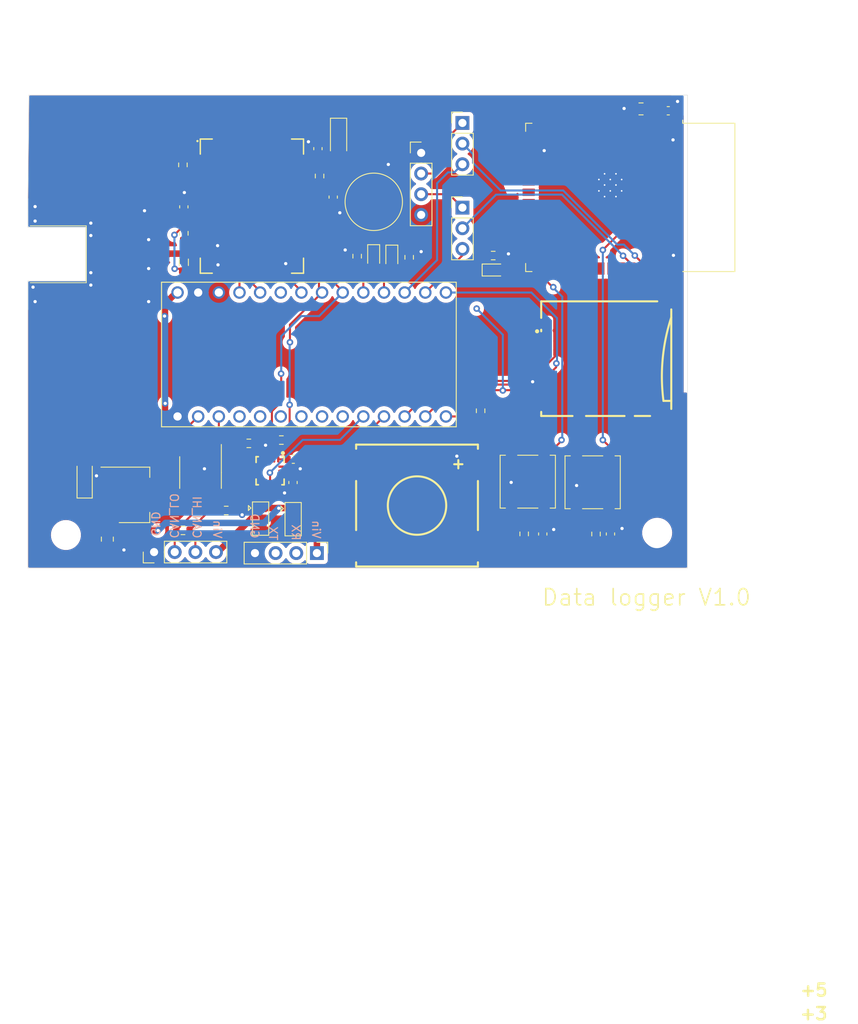
<source format=kicad_pcb>
(kicad_pcb (version 20221018) (generator pcbnew)
  (layers (0 "F.Cu" signal) (31 "B.Cu" signal) (34 "B.Paste" user) (35 "F.Paste" user) (36 "B.SilkS" user "B.Silkscreen") (37 "F.SilkS" user "F.Silkscreen") (38 "B.Mask" user) (39 "F.Mask" user) (44 "Edge.Cuts" user))
  (net 0 "")
  (net 1 "GND")
  (net 2 "/RF")
  (net 3 "BACKUP")
  (net 4 "Net-(C2-Pad2)")
  (net 5 "+5V")
  (net 6 "+3.3V")
  (net 7 "ESP_EN")
  (net 8 "IO0")
  (net 9 "Net-(D1-K)")
  (net 10 "LED1")
  (net 11 "Net-(D2-K)")
  (net 12 "Net-(D3-K)")
  (net 13 "LED2")
  (net 14 "Net-(J1-Pin_1)")
  (net 15 "RX1")
  (net 16 "TX1")
  (net 17 "CAN_LO")
  (net 18 "CAN_HI")
  (net 19 "ESP_RX_OUT")
  (net 20 "U0RXD")
  (net 21 "ESP_RX")
  (net 22 "ESP_TX_OUT")
  (net 23 "U0TXD")
  (net 24 "ESP_TX")
  (net 25 "SPK")
  (net 26 "Net-(U1-Rs)")
  (net 27 "Net-(U3-VCC_RF)")
  (net 28 "Net-(U3-D_SEL)")
  (net 29 "SDA")
  (net 30 "SCL")
  (net 31 "CAN_TX")
  (net 32 "CAN_RX")
  (net 35 "PPS")
  (net 36 "EXTINT")
  (net 40 "RESET_GPS")
  (net 51 "ACC_INT")
  (net 55 "Net-(J2-Pin_4)")
  (net 56 "Net-(D5-K)")
  (net 57 "Net-(D5-A)")
  (net 87 "MISO")
  (net 88 "MOSI")
  (net 89 "CS")
  (net 96 "CLK")
  (footprint "Connector_PinHeader_2.54mm:PinHeader_1x03_P2.54mm_Vertical" (layer "F.Cu") (at 70.3586 28.6244)
    (fp_text reference "J3" hide)
    (fp_text value "Conn_01x03" hide)
  )
  (footprint "Resistor_SMD:R_0603_1608Metric" (layer "F.Cu") (at 52.7818 24.7382 90)
    (fp_text reference "R3" hide)
    (fp_text value "1k")
  )
  (footprint "Button_Switch_SMD:SW_SPST_B3SL-1022P" (layer "F.Cu") (at 78.3982 62.3222 90)
    (fp_text reference "S2" hide)
    (fp_text value "TL3342F160QG" hide)
  )
  (footprint "Inductor_SMD:L_0805_2012Metric" (layer "F.Cu") (at 36.0812 35.3439 -90)
    (fp_text reference "L1" hide)
    (fp_text value "27nH")
  )
  (footprint "RF_Antenna:molex_ 0732519780" (layer "F.Cu") (at 24.0826 34.3574 -90)
    (fp_text reference "ANT1" hide)
    (fp_text value "U.FL" hide)
  )
  (footprint "MountingHole:MountingHole_3.2mm_M3" (layer "F.Cu") (at 94.2766 68.8994)
    (fp_text reference "REF**" hide)
    (fp_text value "MountingHole_3.2mm_M3" hide)
  )
  (footprint "Resistor_SMD:R_0603_1608Metric" (layer "F.Cu") (at 86.7924 68.7574 90)
    (fp_text reference "R10" hide)
    (fp_text value "10k" hide)
  )
  (footprint "Capacitor_SMD:C_0805_2012Metric" (layer "F.Cu") (at 26.6706 69.3914 -90)
    (fp_text reference "C4" hide)
    (fp_text value "10uF")
  )
  (footprint "Resistor_SMD:R_0603_1608Metric" (layer "F.Cu") (at 35.967 23.3666 -90)
    (fp_text reference "R7" hide)
    (fp_text value "10k" hide)
  )
  (footprint "Connector_Card:TF-SMD_TF-013-A" (layer "F.Cu") (at 87.98 47.26 90)
    (fp_text reference "J6" hide)
    (fp_text value "SD_Card" hide)
  )
  (footprint "LED_SMD:LED_0603_1608Metric" (layer "F.Cu") (at 61.6718 34.7203 -90)
    (fp_text reference "D3" hide)
    (fp_text value "LED GRN" hide)
  )
  (footprint "Resistor_SMD:R_0603_1608Metric" (layer "F.Cu") (at 77.9532 68.7452 90)
    (fp_text reference "R11" hide)
    (fp_text value "10k" hide)
  )
  (footprint "Capacitor_SMD:C_0603_1608Metric" (layer "F.Cu") (at 95.6824 16.7118)
    (fp_text reference "C7" hide)
    (fp_text value "100nF" hide)
  )
  (footprint "LIS3DHTR:LGA-16_L3.0-W3.0-P0.50-TL" (layer "F.Cu") (at 46.6958 60.9798 -90)
    (fp_text reference "U5" hide)
    (fp_text value "LIS3DHTR" hide)
  )
  (footprint "Capacitor_SMD:C_0603_1608Metric" (layer "F.Cu") (at 49.5122 62.4276 -90)
    (fp_text reference "C9" hide)
    (fp_text value "100nF" hide)
  )
  (footprint "Package_SO:SOIC-8_3.9x4.9mm_P1.27mm" (layer "F.Cu") (at 38.1336 61.2004 -90)
    (fp_text reference "U1" hide)
    (fp_text value "TJA1050T/CM,118" hide)
  )
  (footprint "Capacitor_SMD:C_0603_1608Metric" (layer "F.Cu") (at 80.2392 68.7582 -90)
    (fp_text reference "C13" hide)
    (fp_text value "100nF" hide)
  )
  (footprint "Buzzer_Beeper:BUZ-SMD_5P-L15.0-W15.0-P13.7-BL" (layer "F.Cu") (at 64.7706 64.8194 180)
    (fp_text reference "LS1" hide)
    (fp_text value "Speaker" hide)
  )
  (footprint "RF_Module:ESP32-WROOM-32D" (layer "F.Cu") (at 88.0166 27.3668 -90)
    (fp_text reference "U7" hide)
    (fp_text value "ESP32-WROOM-32D")
  )
  (footprint "Battery:BatteryHolder_Seiko_MS621F" (layer "F.Cu") (at 59.4486 22.9094 90)
    (fp_text reference "BT1" hide)
    (fp_text value "Battery_Cell" hide)
  )
  (footprint "Capacitor_Tantalum_SMD:CP_EIA-3216-18_Kemet-A" (layer "F.Cu") (at 23.8766 62.0254 90)
    (fp_text reference "C10" hide)
    (fp_text value "C_Polarized_Small_US" hide)
  )
  (footprint "LED_SMD:LED_0603_1608Metric" (layer "F.Cu") (at 59.4366 34.6695 -90)
    (fp_text reference "D1" hide)
    (fp_text value "LED RED" hide)
  )
  (footprint "Diode_SMD:D_SOD-123" (layer "F.Cu") (at 55.1186 19.9894 -90)
    (fp_text reference "D2" hide)
    (fp_text value "D_Schottky" hide)
  )
  (footprint "Button_Switch_SMD:SW_SPST_B3SL-1022P" (layer "F.Cu") (at 86.3804 62.3984 90)
    (fp_text reference "S1" hide)
    (fp_text value "TL3342F160QG" hide)
  )
  (footprint "Resistor_SMD:R_0603_1608Metric" (layer "F.Cu") (at 72.5938 53.6048 -90)
    (fp_text reference "R13" hide)
    (fp_text value "20k")
  )
  (footprint "Capacitor_SMD:C_0603_1608Metric" (layer "F.Cu") (at 49.5506 59.5568)
    (fp_text reference "C6" hide)
    (fp_text value "100nF" hide)
  )
  (footprint "Package_TO_SOT_SMD:SOT-223-3_TabPin2" (layer "F.Cu") (at 29.9806 63.9474)
    (fp_text reference "U4" hide)
    (fp_text value "LD1117S18TR_SOT223" hide)
  )
  (footprint "Jumper:SolderJumper-3_P1.3mm_Open_Pad1.0x1.5mm" (layer "F.Cu") (at 49.5283 66.9358 -90)
    (fp_text reference "JP1" hide)
    (fp_text value "SolderJumper_3_Open" hide)
  )
  (footprint "Resistor_SMD:R_0603_1608Metric" (layer "F.Cu") (at 41.2954 65.869)
    (fp_text reference "R2" hide)
    (fp_text value "10k")
  )
  (footprint "Connector_PinHeader_2.54mm:PinHeader_1x04_P2.54mm_Vertical" (layer "F.Cu") (at 52.4516 71.1064 -90)
    (fp_text reference "J1" hide)
    (fp_text value "SERIAL1")
  )
  (footprint "Connector_PinHeader_2.54mm:PinHeader_1x04_P2.54mm_Vertical" (layer "F.Cu") (at 65.2786 21.8934)
    (fp_text reference "J5" hide)
    (fp_text value "PROG ESP32")
  )
  (footprint "Resistor_SMD:R_0603_1608Metric" (layer "F.Cu") (at 36.0812 31.7814 90)
    (fp_text reference "R6" hide)
    (fp_text value "10")
  )
  (footprint "Capacitor_SMD:C_0603_1608Metric" (layer "F.Cu") (at 88.5704 68.7574 -90)
    (fp_text reference "C12" hide)
    (fp_text value "100nF" hide)
  )
  (footprint "Resistor_SMD:R_0603_1608Metric" (layer "F.Cu") (at 44.0772 57.614)
    (fp_text reference "R8" hide)
    (fp_text value "10k" hide)
  )
  (footprint "DEV-15583:MODULE_DEV-15583" (layer "F.Cu") (at 51.8166 46.6838 90)
    (fp_text reference "U6" hide)
    (fp_text value "DEV-15583" hide)
  )
  (footprint "Capacitor_SMD:C_0603_1608Metric" (layer "F.Cu") (at 54.4582 27.329 90)
    (fp_text reference "C1" hide)
    (fp_text value "1uF")
  )
  (footprint "MountingHole:MountingHole_3.2mm_M3" (layer "F.Cu") (at 21.5728 68.8834)
    (fp_text reference "REF**" hide)
    (fp_text value "MountingHole_3.2mm_M3" hide)
  )
  (footprint "Resistor_SMD:R_0603_1608Metric" (layer "F.Cu") (at 63.8054 34.7336 -90)
    (fp_text reference "R4" hide)
    (fp_text value "20k" hide)
  )
  (footprint "Capacitor_SMD:C_0603_1608Metric" (layer "F.Cu") (at 36.0812 28.5294 -90)
    (fp_text reference "C2" hide)
    (fp_text value "47pF")
  )
  (footprint "Resistor_SMD:R_0603_1608Metric" (layer "F.Cu") (at 57.4046 34.5934 -90)
    (fp_text reference "R1" hide)
    (fp_text value "20k" hide)
  )
  (footprint "Resistor_SMD:R_0603_1608Metric" (layer "F.Cu") (at 48.0772 57.2076 180)
    (fp_text reference "R9" hide)
    (fp_text value "10k" hide)
  )
  (footprint "Resistor_SMD:R_0603_1608Metric" (layer "F.Cu") (at 74.1432 34.5172 180)
    (fp_text reference "R12" hide)
    (fp_text value "20k" hide)
  )
  (footprint "Capacitor_SMD:C_0603_1608Metric" (layer "F.Cu") (at 52.5786 21.3724 -90)
    (fp_text reference "C3" hide)
    (fp_text value "1uF")
  )
  (footprint "Capacitor_SMD:C_0805_2012Metric" (layer "F.Cu") (at 92.3296 16.4832)
    (fp_text reference "C8" hide)
    (fp_text value "10uF" hide)
  )
  (footprint "Resistor_SMD:R_0603_1608Metric" (layer "F.Cu") (at 35.9746 68.3124)
    (fp_text reference "R5" hide)
    (fp_text value "120" hide)
  )
  (footprint "Jumper:SolderJumper-3_P1.3mm_Open_Pad1.0x1.5mm" (layer "F.Cu") (at 45.525 66.8642 -90)
    (fp_text reference "JP2" hide)
    (fp_text value "SolderJumper_3_Open" hide)
  )
  (footprint "Connector_PinHeader_2.54mm:PinHeader_1x04_P2.54mm_Vertical" (layer "F.Cu") (at 32.4186 70.9794 90)
    (fp_text reference "J2" hide)
    (fp_text value "Conn_01x04" hide)
  )
  (footprint "Feather-NEO-M9N-GPS:NEO-M9N" (layer "F.Cu") (at 44.4562 28.4394 180)
    (fp_text reference "U3" hide)
    (fp_text value "NEO-M9N" hide)
  )
  (footprint "LED_SMD:LED_0603_1608Metric" (layer "F.Cu") (at 74.2702 36.2952)
    (fp_text reference "D5" hide)
    (fp_text value "LED BLU" hide)
  )
  (footprint "Connector_PinHeader_2.54mm:PinHeader_1x03_P2.54mm_Vertical" (layer "F.Cu") (at 70.3586 18.2104)
    (fp_text reference "J4" hide)
    (fp_text value "Conn_01x03" hide)
  )
  (gr_poly (pts (xy 16.8916 27.6084) (xy 16.893496 31.0374) (xy 24.005496 31.0374) (xy 24.005496 37.6414) (xy 16.893496 37.6414) (xy 16.893496 40.9434) (xy 16.893496 45.2614) (xy 16.893496 72.9474) (xy 98.046496 72.9474) (xy 98.046496 14.7814) (xy 17.0186 14.7814)) (stroke (width 0.05)) (fill none) (layer "Edge.Cuts"))
  (gr_text "TX\n" (at 46.4826 69.6454 270) (layer "B.SilkS") (effects (font (size 1 1)) (justify left bottom mirror)))
  (gr_text "Vin" (at 51.7866 69.4194 270) (layer "B.SilkS") (effects (font (size 1 1)) (justify left bottom mirror)))
  (gr_text "CAN_HI\n" (at 37.0846 69.3914 270) (layer "B.SilkS") (effects (font (size 1 1)) (justify left bottom mirror)))
  (gr_text "Vin" (at 39.6246 69.3914 270) (layer "B.SilkS") (effects (font (size 1 1)) (justify left bottom mirror)))
  (gr_text "GND\n" (at 32.0046 69.1374 270) (layer "B.SilkS") (effects (font (size 1 1)) (justify left bottom mirror)))
  (gr_text "RX" (at 49.2766 69.6454 270) (layer "B.SilkS") (effects (font (size 1 1)) (justify left bottom mirror)))
  (gr_text "CAN_LO" (at 34.2906 69.3914 -90) (layer "B.SilkS") (effects (font (size 1 1)) (justify left bottom mirror)))
  (gr_text "GND\n" (at 44.1966 69.3914 270) (layer "B.SilkS") (effects (font (size 1 1)) (justify left bottom mirror)))
  (gr_text "+3" (at 111.7417 128.6264) (layer "F.SilkS") (effects (font (size 1.5 1.5) (thickness 0.3) bold) (justify left bottom)))
  (gr_text "+5" (at 111.76 125.73) (layer "F.SilkS") (effects (font (size 1.5 1.5) (thickness 0.3) bold) (justify left bottom)))
  (gr_text "Data logger V1.0\n" (at 80.01 77.724) (layer "F.SilkS") (effects (font (size 2 2) (thickness 0.2)) (justify left bottom)))
  (segment (start 26.9322 70.4664) (end 28.4562 70.4664) (width 0.25) (layer "F.Cu") (net 1))
  (segment (start 76.353 62.4146) (end 76.3982 62.4598) (width 0.25) (layer "F.Cu") (net 1))
  (segment (start 38.7686 58.7254) (end 38.7686 60.5858) (width 0.25) (layer "F.Cu") (net 1))
  (segment (start 54.4582 28.4466) (end 55.271 29.2594) (width 0.25) (layer "F.Cu") (net 1))
  (segment (start 63.8054 33.9086) (end 65.1526 33.9086) (width 0.25) (layer "F.Cu") (net 1))
  (segment (start 57.4046 33.7684) (end 55.9944 33.7684) (width 0.25) (layer "F.Cu") (net 1))
  (segment (start 36.0812 26.8338) (end 36.1448 26.7702) (width 0.25) (layer "F.Cu") (net 1))
  (segment (start 46.024404 57.952796) (end 46.1346 57.8426) (width 0.25) (layer "F.Cu") (net 1))
  (segment (start 47.1958 63.0298) (end 47.876 63.71) (width 0.25) (layer "F.Cu") (net 1))
  (segment (start 65.1526 33.9086) (end 65.2786 34.0346) (width 0.25) (layer "F.Cu") (net 1))
  (segment (start 42.7228 65.869) (end 43.2512 66.3974) (width 0.25) (layer "F.Cu") (net 1))
  (segment (start 50.3758 59.5698) (end 50.3758 60.7122) (width 0.25) (layer "F.Cu") (net 1))
  (segment (start 89.8964 67.9824) (end 89.9928 68.0788) (width 0.25) (layer "F.Cu") (net 1))
  (segment (start 38.4562 33.2394) (end 40.1756 33.2394) (width 0.25) (layer "F.Cu") (net 1))
  (segment (start 79.505 49.885) (end 79.58 49.96) (width 0.25) (layer "F.Cu") (net 1))
  (segment (start 80.2392 67.9832) (end 81.3628 67.9832) (width 0.25) (layer "F.Cu") (net 1))
  (segment (start 84.3804 62.7712) (end 84.4048 62.7956) (width 0.25) (layer "F.Cu") (net 1))
  (segment (start 78.9946 50.0366) (end 80.3534 50.0366) (width 0.25) (layer "F.Cu") (net 1))
  (segment (start 96.7498 16.7626) (end 96.7498 15.6444) (width 0.25) (layer "F.Cu") (net 1))
  (segment (start 50.4562 21.4394) (end 50.4926 21.4394) (width 0.25) (layer "F.Cu") (net 1))
  (segment (start 80.3742 21.6568) (end 80.417 21.614) (width 0.25) (layer "F.Cu") (net 1))
  (segment (start 91.471 16.534) (end 90.3484 16.534) (width 0.25) (layer "F.Cu") (net 1))
  (segment (start 38.7686 60.5858) (end 38.6162 60.7382) (width 0.25) (layer "F.Cu") (net 1))
  (segment (start 48.6846 35.4394) (end 48.6162 35.5078) (width 0.25) (layer "F.Cu") (net 1))
  (segment (start 42.1204 65.869) (end 42.7228 65.869) (width 0.25) (layer "F.Cu") (net 1))
  (segment (start 54.4582 28.104) (end 54.4582 28.4466) (width 0.25) (layer "F.Cu") (net 1))
  (segment (start 47.876 63.71) (end 48.4714 63.71) (width 0.25) (layer "F.Cu") (net 1))
  (segment (start 25.332 61.6018) (end 25.2864 61.6474) (width 0.25) (layer "F.Cu") (net 1))
  (segment (start 46.024404 58.4648) (end 46.024404 57.952796) (width 0.25) (layer "F.Cu") (net 1))
  (segment (start 25.332 61.6018) (end 24.803 61.6018) (width 0.25) (layer "F.Cu") (net 1))
  (segment (start 84.3804 65.2784) (end 84.3804 62.82) (width 0.25) (layer "F.Cu") (net 1))
  (segment (start 81.3628 67.9832) (end 81.5854 68.2058) (width 0.25) (layer "F.Cu") (net 1))
  (segment (start 26.8306 61.6474) (end 25.3776 61.6474) (width 0.25) (layer "F.Cu") (net 1))
  (segment (start 88.5704 67.9824) (end 89.8964 67.9824) (width 0.25) (layer "F.Cu") (net 1))
  (segment (start 40.1756 33.2394) (end 40.2342 33.298) (width 0.25) (layer "F.Cu") (net 1))
  (segment (start 52.7182 20.6554) (end 51.5438 20.6554) (width 0.25) (layer "F.Cu") (net 1))
  (segment (start 79.58 49.96) (end 80.43 49.96) (width 0.25) (layer "F.Cu") (net 1))
  (segment (start 28.4562 70.4664) (end 28.7102 70.7204) (width 0.25) (layer "F.Cu") (net 1))
  (segment (start 50.4926 21.4394) (end 51.4102 20.5218) (width 0.25) (layer "F.Cu") (net 1))
  (segment (start 79.58 46.66) (end 79.505 46.735) (width 0.25) (layer "F.Cu") (net 1))
  (segment (start 45.6958 59.5798) (end 45.6958 58.793404) (width 0.25) (layer "F.Cu") (net 1))
  (segment (start 74.9682 34.5172) (end 75.811102 34.5172) (width 0.25) (layer "F.Cu") (net 1))
  (segment (start 96.2666 18.6168) (end 96.2666 20.2932) (width 0.25) (layer "F.Cu") (net 1))
  (segment (start 25.3776 61.6474) (end 25.332 61.6018) (width 0.25) (layer "F.Cu") (net 1))
  (segment (start 76.3982 62.3694) (end 76.353 62.4146) (width 0.25) (layer "F.Cu") (net 1))
  (segment (start 79.505 46.735) (end 79.505 49.885) (width 0.25) (layer "F.Cu") (net 1))
  (segment (start 24.803 61.6018) (end 23.8766 60.6754) (width 0.25) (layer "F.Cu") (net 1))
  (segment (start 40.0642 35.4394) (end 40.285 35.6602) (width 0.25) (layer "F.Cu") (net 1))
  (segment (start 60.8336 22.9094) (end 61.24 23.3158) (width 0.25) (layer "F.Cu") (net 1))
  (segment (start 38.4562 35.4394) (end 40.0642 35.4394) (width 0.25) (layer "F.Cu") (net 1))
  (segment (start 96.2666 34.5426) (end 96.3174 34.4918) (width 0.25) (layer "F.Cu") (net 1))
  (segment (start 80.3534 50.0366) (end 80.43 49.96) (width 0.25) (layer "F.Cu") (net 1))
  (segment (start 80.43 46.66) (end 79.58 46.66) (width 0.25) (layer "F.Cu") (net 1))
  (segment (start 76.3982 62.4598) (end 76.3982 65.2022) (width 0.25) (layer "F.Cu") (net 1))
  (segment (start 50.4562 35.4394) (end 48.6846 35.4394) (width 0.25) (layer "F.Cu") (net 1))
  (segment (start 71.6206 59.8194) (end 70.3016 59.8194) (width 0.25) (layer "F.Cu") (net 1))
  (segment (start 96.2666 36.1168) (end 96.2666 34.5426) (width 0.25) (layer "F.Cu") (net 1))
  (segment (start 49.5122 63.2026) (end 48.9788 63.2026) (width 0.25) (layer "F.Cu") (net 1))
  (segment (start 78.5066 21.6568) (end 80.3742 21.6568) (width 0.25) (layer "F.Cu") (net 1))
  (segment (start 84.3804 62.82) (end 84.4048 62.7956) (width 0.25) (layer "F.Cu") (net 1))
  (segment (start 90.3484 16.534) (end 90.2468 16.4324) (width 0.25) (layer "F.Cu") (net 1))
  (segment (start 47.1958 62.3798) (end 47.1958 63.0298) (width 0.25) (layer "F.Cu") (net 1))
  (segment (start 36.0812 27.7544) (end 36.0812 26.8338) (width 0.25) (layer "F.Cu") (net 1))
  (segment (start 76.3982 59.4422) (end 76.3982 62.3694) (width 0.25) (layer "F.Cu") (net 1))
  (segment (start 45.6958 58.793404) (end 46.024404 58.4648) (width 0.25) (layer "F.Cu") (net 1))
  (segment (start 55.9944 33.7684) (end 55.9314 33.8314) (width 0.25) (layer "F.Cu") (net 1))
  (segment (start 84.3804 59.5184) (end 84.3804 62.7712) (width 0.25) (layer "F.Cu") (net 1))
  (segment (start 96.7498 15.6444) (end 96.8254 15.5688) (width 0.25) (layer "F.Cu") (net 1))
  (segment (start 70.3016 59.8194) (end 69.6678 59.1856) (width 0.25) (layer "F.Cu") (net 1))
  (segment (start 60.1986 22.9094) (end 60.8336 22.9094) (width 0.25) (layer "F.Cu") (net 1))
  (segment (start 75.811102 34.5172) (end 76.018551 34.309751) (width 0.25) (layer "F.Cu") (net 1))
  (segment (start 51.5438 20.6554) (end 51.4102 20.5218) (width 0.25) (layer "F.Cu") (net 1))
  (segment (start 48.9788 63.2026) (end 48.4714 63.71) (width 0.25) (layer "F.Cu") (net 1))
  (via (at 50.4018 60.7382) (size 0.8) (drill 0.4) (layers "F.Cu" "B.Cu") (net 1))
  (via (at 65.2786 34.0346) (size 0.8) (drill 0.4) (layers "F.Cu" "B.Cu") (net 1))
  (via (at 96.2666 20.2932) (size 0.8) (drill 0.4) (layers "F.Cu" "B.Cu") (net 1))
  (via (at 48.4714 63.71) (size 0.8) (drill 0.4) (layers "F.Cu" "B.Cu") (net 1))
  (via (at 17.7806 40.1814) (size 0.8) (drill 0.4) (layers "F.Cu" "B.Cu") (net 1))
  (via (at 31.7506 40.1814) (size 0.8) (drill 0.4) (layers "F.Cu" "B.Cu") (net 1))
  (via (at 24.6386 38.1494) (size 0.8) (drill 0.4) (layers "F.Cu" "B.Cu") (net 1))
  (via (at 36.1448 26.7702) (size 0.8) (drill 0.4) (layers "F.Cu" "B.Cu") (net 1))
  (via (at 81.5854 68.2058) (size 0.8) (drill 0.4) (layers "F.Cu" "B.Cu") (net 1))
  (via (at 48.6162 35.5078) (size 0.8) (drill 0.4) (layers "F.Cu" "B.Cu") (net 1))
  (via (at 51.4102 20.5218) (size 0.8) (drill 0.4) (layers "F.Cu" "B.Cu") (net 1))
  (via (at 24.6386 30.5294) (size 0.8) (drill 0.4) (layers "F.Cu" "B.Cu") (net 1))
  (via (at 84.4048 62.7956) (size 0.8) (drill 0.4) (layers "F.Cu" "B.Cu") (net 1))
  (via (at 96.8254 15.5688) (size 0.8) (drill 0.4) (layers "F.Cu" "B.Cu") (net 1))
  (via (at 78.9946 50.0366) (size 0.8) (drill 0.4) (layers "F.Cu" "B.Cu") (net 1))
  (via (at 69.6678 59.1856) (size 0.8) (drill 0.4) (layers "F.Cu" "B.Cu") (net 1))
  (via (at 76.018551 34.309751) (size 0.8) (drill 0.4) (layers "F.Cu" "B.Cu") (net 1))
  (via (at 24.6386 36.6254) (size 0.8) (drill 0.4) (layers "F.Cu" "B.Cu") (net 1))
  (via (at 40.2342 33.298) (size 0.8) (drill 0.4) (layers "F.Cu" "B.Cu") (net 1))
  (via (at 38.6162 60.7382) (size 0.8) (drill 0.4) (layers "F.Cu" "B.Cu") (net 1))
  (via (at 61.24 23.3158) (size 0.8) (drill 0.4) (layers "F.Cu" "B.Cu") (net 1))
  (via (at 40.285 35.6602) (size 0.8) (drill 0.4) (layers "F.Cu" "B.Cu") (net 1))
  (via (at 24.6386 32.0534) (size 0.8) (drill 0.4) (layers "F.Cu" "B.Cu") (net 1))
  (via (at 28.7102 70.7204) (size 0.8) (drill 0.4) (layers "F.Cu" "B.Cu") (net 1))
  (via (at 96.3174 34.4918) (size 0.8) (drill 0.4) (layers "F.Cu" "B.Cu") (net 1))
  (via (at 17.5266 38.4034) (size 0.8) (drill 0.4) (layers "F.Cu" "B.Cu") (net 1))
  (via (at 90.2468 16.4324) (size 0.8) (drill 0.4) (layers "F.Cu" "B.Cu") (net 1))
  (via (at 43.2512 66.3974) (size 0.8) (drill 0.4) (layers "F.Cu" "B.Cu") (net 1))
  (via (at 31.7506 36.1174) (size 0.8) (drill 0.4) (layers "F.Cu" "B.Cu") (net 1))
  (via (at 80.417 21.614) (size 0.8) (drill 0.4) (layers "F.Cu" "B.Cu") (net 1))
  (via (at 25.332 61.6018) (size 0.8) (drill 0.4) (layers "F.Cu" "B.Cu") (net 1))
  (via (at 31.2426 29.0054) (size 0.8) (drill 0.4) (layers "F.Cu" "B.Cu") (net 1))
  (via (at 76.353 62.4146) (size 0.8) (drill 0.4) (layers "F.Cu" "B.Cu") (net 1))
  (via (at 89.9928 68.0788) (size 0.8) (drill 0.4) (layers "F.Cu" "B.Cu") (net 1))
  (via (at 46.1346 57.8426) (size 0.8) (drill 0.4) (layers "F.Cu" "B.Cu") (net 1))
  (via (at 55.271 29.2594) (size 0.8) (drill 0.4) (layers "F.Cu" "B.Cu") (net 1))
  (via (at 17.7806 30.2754) (size 0.8) (drill 0.4) (layers "F.Cu" "B.Cu") (net 1))
  (via (at 17.7806 28.4974) (size 0.8) (drill 0.4) (layers "F.Cu" "B.Cu") (net 1))
  (via (at 31.7506 32.5614) (size 0.8) (drill 0.4) (layers "F.Cu" "B.Cu") (net 1))
  (via (at 55.9314 33.8314) (size 0.8) (drill 0.4) (layers "F.Cu" "B.Cu") (net 1))
  (segment (start 34.1746 34.3394) (end 25.1466 34.3394) (width 0.8) (layer "F.Cu") (net 2))
  (segment (start 36.0812 34.2814) (end 34.2326 34.2814) (width 0.8) (layer "F.Cu") (net 2))
  (segment (start 34.2326 34.2814) (end 34.1746 34.3394) (width 0.8) (layer "F.Cu") (net 2))
  (segment (start 36.1392 34.3394) (end 36.0812 34.2814) (width 0.25) (layer "F.Cu") (net 2))
  (segment (start 38.4562 34.3394) (end 36.1392 34.3394) (width 0.5) (layer "F.Cu") (net 2))
  (segment (start 51.9818 23.989) (end 51.6322 23.6394) (width 0.25) (layer "F.Cu") (net 3))
  (segment (start 54.4582 26.554) (end 53.7726 26.554) (width 0.25) (layer "F.Cu") (net 3))
  (segment (start 51.9818 24.7632) (end 51.9818 23.989) (width 0.25) (layer "F.Cu") (net 3))
  (segment (start 54.8646 25.6018) (end 54.8646 26.1476) (width 0.25) (layer "F.Cu") (net 3))
  (segment (start 54.8646 26.1476) (end 54.4582 26.554) (width 0.25) (layer "F.Cu") (net 3))
  (segment (start 51.6322 23.6394) (end 50.4562 23.6394) (width 0.25) (layer "F.Cu") (net 3))
  (segment (start 53.7726 26.554) (end 52.7818 25.5632) (width 0.25) (layer "F.Cu") (net 3))
  (segment (start 52.7818 25.5632) (end 51.9818 24.7632) (width 0.25) (layer "F.Cu") (net 3))
  (segment (start 56.0062 25.6018) (end 54.8646 25.6018) (width 0.25) (layer "F.Cu") (net 3))
  (segment (start 58.6986 22.9094) (end 56.0062 25.6018) (width 0.25) (layer "F.Cu") (net 3))
  (segment (start 36.0812 30.9564) (end 35.9464 30.9564) (width 0.25) (layer "F.Cu") (net 4))
  (segment (start 36.0812 29.3044) (end 36.0812 30.9564) (width 0.25) (layer "F.Cu") (net 4))
  (segment (start 35.8176 36.1428) (end 36.0812 36.4064) (width 0.25) (layer "F.Cu") (net 4))
  (segment (start 35.9464 30.9564) (end 34.9256 31.9772) (width 0.25) (layer "F.Cu") (net 4))
  (segment (start 34.951 36.1428) (end 35.8176 36.1428) (width 0.25) (layer "F.Cu") (net 4))
  (via (at 34.951 36.1428) (size 0.8) (drill 0.4) (layers "F.Cu" "B.Cu") (net 4))
  (via (at 34.9256 31.9772) (size 0.8) (drill 0.4) (layers "F.Cu" "B.Cu") (net 4))
  (segment (start 34.9256 36.1174) (end 34.951 36.1428) (width 0.25) (layer "B.Cu") (net 4))
  (segment (start 34.9256 31.9772) (end 34.9256 36.1174) (width 0.25) (layer "B.Cu") (net 4))
  (segment (start 33.7572 53.8366) (end 33.7572 52.78) (width 0.8) (layer "F.Cu") (net 5))
  (segment (start 33.7572 40.4608) (end 35.3066 38.9114) (width 0.8) (layer "F.Cu") (net 5))
  (segment (start 27.1862 67.5454) (end 28.4306 66.301) (width 0.8) (layer "F.Cu") (net 5))
  (segment (start 26.8306 67.1898) (end 27.1862 67.5454) (width 0.8) (layer "F.Cu") (net 5))
  (segment (start 47.7602 65.5896) (end 47.7856 65.5642) (width 0.8) (layer "F.Cu") (net 5))
  (segment (start 33.7572 42.01) (end 33.7066 41.9594) (width 0.8) (layer "F.Cu") (net 5))
  (segment (start 26.8306 66.2474) (end 26.8306 67.1898) (width 0.8) (layer "F.Cu") (net 5))
  (segment (start 26.8814 68.4084) (end 26.8306 68.3576) (width 0.8) (layer "F.Cu") (net 5))
  (segment (start 28.4306 59.1632) (end 33.7572 53.8366) (width 0.8) (layer "F.Cu") (net 5))
  (segment (start 26.8306 68.028) (end 26.8814 68.0788) (width 0.25) (layer "F.Cu") (net 5))
  (segment (start 33.7066 41.9594) (end 33.7572 41.9088) (width 0.8) (layer "F.Cu") (net 5))
  (segment (start 47.7348 65.5642) (end 47.7602 65.5896) (width 0.8) (layer "F.Cu") (net 5))
  (segment (start 27.1862 67.5454) (end 27.9736 68.3328) (width 0.8) (layer "F.Cu") (net 5))
  (segment (start 26.8306 68.3576) (end 26.8306 68.028) (width 0.8) (layer "F.Cu") (net 5))
  (segment (start 28.4306 66.301) (end 28.4306 59.1632) (width 0.8) (layer "F.Cu") (net 5))
  (segment (start 47.7856 65.5642) (end 49.4567 65.5642) (width 0.8) (layer "F.Cu") (net 5))
  (segment (start 49.4567 65.5642) (end 49.5283 65.6358) (width 0.8) (layer "F.Cu") (net 5))
  (segment (start 27.9736 68.3328) (end 32.9012 68.3328) (width 0.8) (layer "F.Cu") (net 5))
  (segment (start 45.525 65.5642) (end 47.7348 65.5642) (width 0.8) (layer "F.Cu") (net 5))
  (segment (start 33.7572 41.9088) (end 33.7572 40.4608) (width 0.8) (layer "F.Cu") (net 5))
  (via (at 47.7602 65.5896) (size 0.8) (drill 0.4) (layers "F.Cu" "B.Cu") (net 5))
  (via (at 32.9012 68.3328) (size 0.8) (drill 0.4) (layers "F.Cu" "B.Cu") (net 5))
  (via (at 33.7066 41.9594) (size 0.8) (drill 0.4) (layers "F.Cu" "B.Cu") (net 5))
  (via (at 33.7866 52.6994) (size 0.8) (drill 0.4) (layers "F.Cu" "B.Cu") (net 5))
  (segment (start 45.9524 67.3974) (end 47.7602 65.5896) (width 0.8) (layer "B.Cu") (net 5))
  (segment (start 33.8366 67.3974) (end 45.9524 67.3974) (width 0.8) (layer "B.Cu") (net 5))
  (segment (start 32.9012 68.3328) (end 33.8366 67.3974) (width 0.8) (layer "B.Cu") (net 5))
  (segment (start 33.7572 52.5388) (end 33.7572 42.01) (width 0.8) (layer "B.Cu") (net 5))
  (segment (start 48.0958 61.4798) (end 49.3394 61.4798) (width 0.25) (layer "F.Cu") (net 6))
  (segment (start 94.9074 16.7118) (end 93.5082 16.7118) (width 0.25) (layer "F.Cu") (net 6))
  (segment (start 50.3256 61.6526) (end 50.7828 62.1098) (width 0.25) (layer "F.Cu") (net 6))
  (segment (start 93.5082 16.7118) (end 93.2796 16.4832) (width 0.25) (layer "F.Cu") (net 6))
  (segment (start 45.2958 61.4798) (end 44.123 61.4798) (width 0.25) (layer "F.Cu") (net 6))
  (segment (start 93.2796 15.6602) (end 93.5488 15.391) (width 0.25) (layer "F.Cu") (net 6))
  (segment (start 48.7756 59.5568) (end 48.7756 59.1132) (width 0.25) (layer "F.Cu") (net 6))
  (segment (start 50.4562 22.5394) (end 52.3842 22.5394) (width 0.25) (layer "F.Cu") (net 6))
  (segment (start 80.43 47.76) (end 80.906295 47.76) (width 0.25) (layer "F.Cu") (net 6))
  (segment (start 47.6958 59.5798) (end 48.7526 59.5798) (width 0.25) (layer "F.Cu") (net 6))
  (segment (start 80.906295 47.76) (end 82.5506 46.115695) (width 0.25) (layer "F.Cu") (net 6))
  (segment (start 48.7756 59.1132) (end 49.0302 58.8586) (width 0.25) (layer "F.Cu") (net 6))
  (segment (start 52.3842 22.5394) (end 52.7182 22.2054) (width 0.25) (layer "F.Cu") (net 6))
  (segment (start 94.9712 16.534) (end 95.1998 16.7626) (width 0.25) (layer "F.Cu") (net 6))
  (segment (start 82.5506 46.115695) (end 82.5506 46.0234) (width 0.25) (layer "F.Cu") (net 6))
  (segment (start 54.1726 22.2054) (end 54.9916 21.3864) (width 0.25) (layer "F.Cu") (net 6))
  (segment (start 24.3146 63.9474) (end 23.7826 63.4154) (width 0.25) (layer "F.Cu") (net 6))
  (segment (start 94.9966 18.6168) (end 94.9966 16.9658) (width 0.25) (layer "F.Cu") (net 6))
  (segment (start 93.2796 16.4832) (end 93.2796 15.6602) (width 0.25) (layer "F.Cu") (net 6))
  (segment (start 26.8306 63.9474) (end 24.3146 63.9474) (width 0.25) (layer "F.Cu") (net 6))
  (segment (start 49.5122 61.6526) (end 50.3256 61.6526) (width 0.25) (layer "F.Cu") (net 6))
  (segment (start 49.3394 61.4798) (end 49.5122 61.6526) (width 0.25) (layer "F.Cu") (net 6))
  (segment (start 94.4886 16.28) (end 95.0474 15.7212) (width 0.25) (layer "F.Cu") (net 6))
  (segment (start 94.9966 16.9658) (end 95.1998 16.7626) (width 0.25) (layer "F.Cu") (net 6))
  (segment (start 48.7526 59.5798) (end 48.7756 59.5568) (width 0.25) (layer "F.Cu") (net 6))
  (segment (start 52.7182 22.2054) (end 54.1726 22.2054) (width 0.25) (layer "F.Cu") (net 6))
  (segment (start 88.3804 65.2784) (end 87.7704 65.8884) (width 0.25) (layer "F.Cu") (net 7))
  (segment (start 87.7704 68.7324) (end 88.5704 69.5324) (width 0.25) (layer "F.Cu") (net 7))
  (segment (start 93.7266 18.6168) (end 93.7266 27.7354) (width 0.25) (layer "F.Cu") (net 7))
  (segment (start 88.3804 59.5184) (end 88.3804 57.9492) (width 0.25) (layer "F.Cu") (net 7))
  (segment (start 93.7266 27.7354) (end 87.6306 33.8314) (width 0.25) (layer "F.Cu") (net 7))
  (segment (start 87.7704 65.8884) (end 87.7704 68.7324) (width 0.25) (layer "F.Cu") (net 7))
  (segment (start 88.3804 57.9492) (end 87.6306 57.1994) (width 0.25) (layer "F.Cu") (net 7))
  (segment (start 88.3804 59.5184) (end 88.3804 65.2784) (width 0.25) (layer "F.Cu") (net 7))
  (segment (start 88.5704 69.5324) (end 86.8424 69.5324) (width 0.25) (layer "F.Cu") (net 7))
  (segment (start 86.8424 69.5324) (end 86.7924 69.5824) (width 0.25) (layer "F.Cu") (net 7))
  (via (at 87.6306 33.8314) (size 0.8) (drill 0.4) (layers "F.Cu" "B.Cu") (net 7))
  (via (at 87.6306 57.1994) (size 0.8) (drill 0.4) (layers "F.Cu" "B.Cu") (net 7))
  (segment (start 87.6306 33.8314) (end 87.6306 57.1994) (width 0.25) (layer "B.Cu") (net 7))
  (segment (start 80.3982 65.2022) (end 79.1978 66.4026) (width 0.25) (layer "F.Cu") (net 8))
  (segment (start 79.7566 36.6968) (end 79.7566 36.1168) (width 0.25) (layer "F.Cu") (net 8))
  (segment (start 80.3982 59.4422) (end 80.3982 65.2022) (width 0.25) (layer "F.Cu") (net 8))
  (segment (start 77.9532 69.5702) (end 79.1978 69.5702) (width 0.25) (layer "F.Cu") (net 8))
  (segment (start 81.4632 38.4034) (end 79.7566 36.6968) (width 0.25) (layer "F.Cu") (net 8))
  (segment (start 81.5346 38.4034) (end 81.4632 38.4034) (width 0.25) (layer "F.Cu") (net 8))
  (segment (start 80.2022 69.5702) (end 80.2392 69.5332) (width 0.25) (layer "F.Cu") (net 8))
  (segment (start 80.3982 59.4422) (end 82.5506 57.2898) (width 0.25) (layer "F.Cu") (net 8))
  (segment (start 79.1978 66.4026) (end 79.1978 69.5702) (width 0.25) (layer "F.Cu") (net 8))
  (segment (start 79.1978 69.5702) (end 80.2022 69.5702) (width 0.25) (layer "F.Cu") (net 8))
  (segment (start 82.5506 57.2898) (end 82.5506 57.1994) (width 0.25) (layer "F.Cu") (net 8))
  (via (at 81.5346 38.4034) (size 0.8) (drill 0.4) (layers "F.Cu" "B.Cu") (net 8))
  (via (at 82.5506 57.1994) (size 0.8) (drill 0.4) (layers "F.Cu" "B.Cu") (net 8))
  (segment (start 81.5346 38.4748) (end 82.6406 39.5808) (width 0.25) (layer "B.Cu") (net 8))
  (segment (start 81.5346 38.4748) (end 81.5346 38.4034) (width 0.25) (layer "B.Cu") (net 8))
  (segment (start 82.6406 57.1998) (end 82.6406 39.5808) (width 0.25) (layer "B.Cu") (net 8))
  (segment (start 82.641 57.1994) (end 82.6406 57.1998) (width 0.25) (layer "B.Cu") (net 8))
  (segment (start 82.5506 57.1994) (end 82.641 57.1994) (width 0.25) (layer "B.Cu") (net 8))
  (segment (start 57.4046 35.4184) (end 57.9002 35.4184) (width 0.25) (layer "F.Cu") (net 9))
  (segment (start 57.9002 35.4184) (end 59.4366 33.882) (width 0.25) (layer "F.Cu") (net 9))
  (segment (start 58.1666 36.727) (end 59.4366 35.457) (width 0.25) (layer "F.Cu") (net 10))
  (segment (start 58.1666 38.9114) (end 58.1666 36.727) (width 0.25) (layer "F.Cu") (net 10))
  (segment (start 56.1346 22.6554) (end 54.8768 23.9132) (width 0.25) (layer "F.Cu") (net 11))
  (segment (start 56.1346 19.3554) (end 56.1346 22.6554) (width 0.25) (layer "F.Cu") (net 11))
  (segment (start 55.1186 18.3394) (end 56.1346 19.3554) (width 0.25) (layer "F.Cu") (net 11))
  (segment (start 54.8768 23.9132) (end 52.7818 23.9132) (width 0.25) (layer "F.Cu") (net 11))
  (segment (start 63.8054 35.5586) (end 63.2976 35.5586) (width 0.25) (layer "F.Cu") (net 12))
  (segment (start 63.2976 35.5586) (end 61.6718 33.9328) (width 0.25) (layer "F.Cu") (net 12))
  (segment (start 60.7066 38.9114) (end 60.7066 36.473) (width 0.25) (layer "F.Cu") (net 13))
  (segment (start 60.7066 36.473) (end 61.6718 35.5078) (width 0.25) (layer "F.Cu") (net 13))
  (segment (start 52.4516 68.3091) (end 51.0783 66.9358) (width 0.8) (layer "F.Cu") (net 14))
  (segment (start 52.4516 71.1064) (end 52.4516 68.3091) (width 0.8) (layer "F.Cu") (net 14))
  (segment (start 51.0783 66.9358) (end 49.5283 66.9358) (width 0.8) (layer "F.Cu") (net 14))
  (segment (start 34.9586 68.5034) (end 34.9586 70.9794) (width 0.25) (layer "F.Cu") (net 17))
  (segment (start 37.4986 65.9634) (end 35.1496 68.3124) (width 0.25) (layer "F.Cu") (net 17))
  (segment (start 35.1496 68.3124) (end 34.9586 68.5034) (width 0.25) (layer "F.Cu") (net 17))
  (segment (start 37.4986 63.6754) (end 37.4986 65.9634) (width 0.25) (layer "F.Cu") (net 17))
  (segment (start 38.7686 63.6754) (end 38.7686 66.3434) (width 0.25) (layer "F.Cu") (net 18))
  (segment (start 37.4986 69.0114) (end 37.4986 70.9794) (width 0.25) (layer "F.Cu") (net 18))
  (segment (start 38.7686 66.3434) (end 36.7996 68.3124) (width 0.25) (layer "F.Cu") (net 18))
  (segment (start 36.7996 68.3124) (end 37.4986 69.0114) (width 0.25) (layer "F.Cu") (net 18))
  (segment (start 68.7076 26.9734) (end 70.3586 28.6244) (width 0.25) (layer "F.Cu") (net 19))
  (segment (start 65.2786 26.9734) (end 68.7076 26.9734) (width 0.25) (layer "F.Cu") (net 19))
  (segment (start 91.1866 35.6094) (end 90.1198 34.5426) (width 0.25) (layer "F.Cu") (net 20))
  (segment (start 91.1866 36.1168) (end 91.1866 35.6094) (width 0.25) (layer "F.Cu") (net 20))
  (via (at 90.1198 34.5426) (size 0.8) (drill 0.4) (layers "F.Cu" "B.Cu") (net 20))
  (segment (start 82.6014 27.0242) (end 74.4988 27.0242) (width 0.25) (layer "B.Cu") (net 20))
  (segment (start 74.4988 27.0242) (end 70.3586 31.1644) (width 0.25) (layer "B.Cu") (net 20))
  (segment (start 90.1198 34.5426) (end 82.6014 27.0242) (width 0.25) (layer "B.Cu") (net 20))
  (segment (start 70.3586 34.4918) (end 70.3586 33.7044) (width 0.25) (layer "F.Cu") (net 21))
  (segment (start 65.7866 39.0638) (end 70.3586 34.4918) (width 0.25) (layer "F.Cu") (net 21))
  (segment (start 68.0218 20.5472) (end 70.3586 18.2104) (width 0.25) (layer "F.Cu") (net 22))
  (segment (start 66.7772 24.4334) (end 68.0218 23.1888) (width 0.25) (layer "F.Cu") (net 22))
  (segment (start 65.2786 24.4334) (end 66.7772 24.4334) (width 0.25) (layer "F.Cu") (net 22))
  (segment (start 68.0218 23.1888) (end 68.0218 20.5472) (width 0.25) (layer "F.Cu") (net 22))
  (segment (start 92.4566 36.1168) (end 92.4566 35.4062) (width 0.25) (layer "F.Cu") (net 23))
  (segment (start 92.4566 35.4062) (end 91.5676 34.5172) (width 0.25) (layer "F.Cu") (net 23))
  (via (at 91.5676 34.5172) (size 0.8) (drill 0.4) (layers "F.Cu" "B.Cu") (net 23))
  (segment (start 71.6667 22.0585) (end 71.6667 23.1253) (width 0.25) (layer "B.Cu") (net 23))
  (segment (start 91.5676 34.5172) (end 90.2214 33.171) (width 0.25) (layer "B.Cu") (net 23))
  (segment (start 89.4086 33.171) (end 82.7538 26.5162) (width 0.25) (layer "B.Cu") (net 23))
  (segment (start 71.6667 23.1253) (end 75.0576 26.5162) (width 0.25) (layer "B.Cu") (net 23))
  (segment (start 71.6667 22.0585) (end 70.3586 20.7504) (width 0.25) (layer "B.Cu") (net 23))
  (segment (start 90.2214 33.171) (end 89.4086 33.171) (width 0.25) (layer "B.Cu") (net 23))
  (segment (start 82.7538 26.5162) (end 75.0576 26.5162) (width 0.25) (layer "B.Cu") (net 23))
  (segment (start 63.2466 39.0638) (end 67.2366 35.0738) (width 0.25) (layer "B.Cu") (net 24))
  (segment (start 69.3696 24.2794) (end 70.3586 23.2904) (width 0.25) (layer "B.Cu") (net 24))
  (segment (start 67.2366 35.0738) (end 67.2366 25.6294) (width 0.25) (layer "B.Cu") (net 24))
  (segment (start 67.2366 25.6294) (end 68.5866 24.2794) (width 0.25) (layer "B.Cu") (net 24))
  (segment (start 68.5866 24.2794) (end 69.3696 24.2794) (width 0.25) (layer "B.Cu") (net 24))
  (segment (start 57.9206 57.0898) (end 60.7066 54.3038) (width 0.25) (layer "F.Cu") (net 25))
  (segment (start 57.9206 59.8194) (end 57.9206 57.0898) (width 0.25) (layer "F.Cu") (net 25))
  (segment (start 40.4704 65.869) (end 40.4704 64.1072) (width 0.25) (layer "F.Cu") (net 26))
  (segment (start 40.4704 64.1072) (end 40.0386 63.6754) (width 0.25) (layer "F.Cu") (net 26))
  (segment (start 36.5482 32.1394) (end 36.0812 32.6064) (width 0.25) (layer "F.Cu") (net 27))
  (segment (start 38.4562 32.1394) (end 36.5482 32.1394) (width 0.25) (layer "F.Cu") (net 27))
  (segment (start 38.4562 22.5394) (end 35.9692 22.5394) (width 0.25) (layer "F.Cu") (net 28))
  (segment (start 35.9692 22.5394) (end 35.967 22.5416) (width 0.25) (layer "F.Cu") (net 28))
  (segment (start 48.0648 49.0583) (end 48.0466 49.0401) (width 0.25) (layer "F.Cu") (net 29))
  (segment (start 46.9166 53.657809) (end 46.9166 55.7494) (width 0.25) (layer "F.Cu") (net 29))
  (segment (start 53.1882 30.7714) (end 53.1882 36.473) (width 0.25) (layer "F.Cu") (net 29))
  (segment (start 48.0648 52.509609) (end 46.9166 53.657809) (width 0.25) (layer "F.Cu") (net 29))
  (segment (start 44.922945 60.106945) (end 44.922945 57.634745) (width 0.25) (layer "F.Cu") (net 29))
  (segment (start 45.2958 60.4798) (end 44.922945 60.106945) (width 0.25) (layer "F.Cu") (net 29))
  (segment (start 44.922945 57.634745) (end 44.9022 57.614) (width 0.25) (layer "F.Cu") (net 29))
  (segment (start 48.0648 52.509609) (end 48.0648 49.0583) (width 0.25) (layer "F.Cu") (net 29))
  (segment (start 50.4562 28.0394) (end 53.1882 30.7714) (width 0.25) (layer "F.Cu") (net 29))
  (segment (start 44.9392 57.651) (end 44.9022 57.614) (width 0.25) (layer "F.Cu") (net 29))
  (segment (start 53.1882 36.473) (end 55.6266 38.9114) (width 0.25) (layer "F.Cu") (net 29))
  (segment (start 45.015 57.651) (end 44.9392 57.651) (width 0.25) (layer "F.Cu") (net 29))
  (segment (start 46.9166 55.7494) (end 45.015 57.651) (width 0.25) (layer "F.Cu") (net 29))
  (via (at 48.0466 49.0401) (size 0.8) (drill 0.4) (layers "F.Cu" "B.Cu") (net 29))
  (segment (start 48.0648 49.0219) (end 48.0466 49.0401) (width 0.25) (layer "B.Cu") (net 29))
  (segment (start 48.0648 44.4412) (end 50.5466 41.9594) (width 0.25) (layer "B.Cu") (net 29))
  (segment (start 48.0648 44.4412) (end 48.0648 49.0219) (width 0.25) (layer "B.Cu") (net 29))
  (segment (start 52.731 41.9594) (end 55.6266 39.0638) (width 0.25) (layer "B.Cu") (net 29))
  (segment (start 48.0466 49.0401) (end 48.0466 48.7787) (width 0.25) (layer "B.Cu") (net 29))
  (segment (start 50.5466 41.9594) (end 52.731 41.9594) (width 0.25) (layer "B.Cu") (net 29))
  (segment (start 49.6662 26.9394) (end 50.4562 26.9394) (width 0.25) (layer "F.Cu") (net 30))
  (segment (start 49.1366 43.0138) (end 53.0866 39.0638) (width 0.25) (layer "F.Cu") (net 30))
  (segment (start 49.0226 28.5558) (end 49.0226 27.583) (width 0.25) (layer "F.Cu") (net 30))
  (segment (start 49.0966 45.2194) (end 49.1366 45.1794) (width 0.25) (layer "F.Cu") (net 30))
  (segment (start 49.0966 55.3632) (end 49.0966 52.8694) (width 0.25) (layer "F.Cu") (net 30))
  (segment (start 47.2522 57.8734) (end 46.1958 58.9298) (width 0.25) (layer "F.Cu") (net 30))
  (segment (start 52.7056 31.012) (end 50.458 28.7644) (width 0.25) (layer "F.Cu") (net 30))
  (segment (start 53.0866 38.9114) (end 52.7056 38.5304) (width 0.25) (layer "F.Cu") (net 30))
  (segment (start 49.0226 27.583) (end 49.6662 26.9394) (width 0.25) (layer "F.Cu") (net 30))
  (segment (start 46.1958 58.9298) (end 46.1958 59.5798) (width 0.25) (layer "F.Cu") (net 30))
  (segment (start 47.2522 57.2076) (end 47.2522 57.8734) (width 0.25) (layer "F.Cu") (net 30))
  (segment (start 47.2522 57.2076) (end 49.0966 55.3632) (width 0.25) (layer "F.Cu") (net 30))
  (segment (start 50.458 28.7644) (end 49.2312 28.7644) (width 0.25) (layer "F.Cu") (net 30))
  (segment (start 49.1366 45.1794) (end 49.1566 45.1994) (width 0.25) (layer "F.Cu") (net 30))
  (segment (start 52.7056 38.5304) (end 52.7056 31.012) (width 0.25) (layer "F.Cu") (net 30))
  (segment (start 49.2312 28.7644) (end 49.0226 28.5558) (width 0.25) (layer "F.Cu") (net 30))
  (segment (start 49.1566 45.1594) (end 49.1366 45.1794) (width 0.25) (layer "F.Cu") (net 30))
  (segment (start 49.1366 45.1794) (end 49.1366 43.0138) (width 0.25) (layer "F.Cu") (net 30))
  (via (at 49.0966 52.8694) (size 0.8) (drill 0.4) (layers "F.Cu" "B.Cu") (net 30))
  (via (at 49.1366 45.1794) (size 0.8) (drill 0.4) (layers "F.Cu" "B.Cu") (net 30))
  (segment (start 49.0966 52.8694) (end 49.0966 45.2194) (width 0.25) (layer "B.Cu") (net 30))
  (segment (start 40.3866 58.3774) (end 40.3866 54.3038) (width 0.25) (layer "F.Cu") (net 31))
  (segment (start 40.0386 58.7254) (end 40.3866 58.3774) (width 0.25) (layer "F.Cu") (net 31))
  (segment (start 36.2286 55.9218) (end 37.8466 54.3038) (width 0.25) (layer "F.Cu") (net 32))
  (segment (start 36.2286 58.7254) (end 36.2286 55.9218) (width 0.25) (layer "F.Cu") (net 32))
  (segment (start 43.8266 36.611) (end 43.8266 33.536204) (width 0.25) (layer "F.Cu") (net 35))
  (segment (start 43.8266 33.536204) (end 40.141 29.850604) (width 0.25) (layer "F.Cu") (net 35))
  (segment (start 44.73 37.5144) (end 43.8266 36.611) (width 0.25) (layer "F.Cu") (net 35))
  (segment (start 40.141 29.850604) (end 40.141 24.4742) (width 0.25) (layer "F.Cu") (net 35))
  (segment (start 40.141 24.4742) (end 39.3062 23.6394) (width 0.25) (layer "F.Cu") (net 35))
  (segment (start 39.3062 23.6394) (end 38.4562 23.6394) (width 0.25) (layer "F.Cu") (net 35))
  (segment (start 49.1496 37.5144) (end 44.73 37.5144) (width 0.25) (layer "F.Cu") (net 35))
  (segment (start 50.5466 38.9114) (end 49.1496 37.5144) (width 0.25) (layer "F.Cu") (net 35))
  (segment (start 45.4666 38.9114) (end 43.3766 36.8214) (width 0.25) (layer "F.Cu") (net 36))
  (segment (start 43.3766 36.8214) (end 43.3766 33.7226) (width 0.25) (layer "F.Cu") (net 36))
  (segment (start 39.691 30.037) (end 43.3766 33.7226) (width 0.25) (layer "F.Cu") (net 36))
  (segment (start 39.691 30.037) (end 39.691 24.8242) (width 0.25) (layer "F.Cu") (net 36))
  (segment (start 39.6062 24.7394) (end 38.4562 24.7394) (width 0.25) (layer "F.Cu") (net 36))
  (segment (start 39.691 24.8242) (end 39.6062 24.7394) (width 0.25) (layer "F.Cu") (net 36))
  (segment (start 42.9266 38.9114) (end 42.9266 33.9584) (width 0.25) (layer "F.Cu") (net 40))
  (segment (start 42.9266 33.9584) (end 40.0076 31.0394) (width 0.25) (layer "F.Cu") (net 40))
  (segment (start 40.0076 31.0394) (end 38.4562 31.0394) (width 0.25) (layer "F.Cu") (net 40))
  (segment (start 46.6958 61.2486) (end 46.668 61.2208) (width 0.25) (layer "F.Cu") (net 51))
  (segment (start 46.6958 62.3798) (end 46.6958 61.2486) (width 0.25) (layer "F.Cu") (net 51))
  (via (at 46.668 61.2208) (size 0.8) (drill 0.4) (layers "F.Cu" "B.Cu") (net 51))
  (segment (start 46.668 61.2208) (end 50.7066 57.1822) (width 0.25) (layer "B.Cu") (net 51))
  (segment (start 55.2882 57.1822) (end 50.7066 57.1822) (width 0.25) (layer "B.Cu") (net 51))
  (segment (start 58.1666 54.3038) (end 55.2882 57.1822) (width 0.25) (layer "B.Cu") (net 51))
  (segment (start 44.375 66.8642) (end 45.525 66.8642) (width 0.8) (layer "F.Cu") (net 55))
  (segment (start 40.2598 70.9794) (end 44.375 66.8642) (width 0.8) (layer "F.Cu") (net 55))
  (segment (start 40.0386 70.9794) (end 40.2598 70.9794) (width 0.8) (layer "F.Cu") (net 55))
  (segment (start 73.4827 36.2952) (end 73.4827 34.6817) (width 0.25) (layer "F.Cu") (net 56))
  (segment (start 73.4827 34.6817) (end 73.3182 34.5172) (width 0.25) (layer "F.Cu") (net 56))
  (segment (start 78.5066 33.0868) (end 78.2661 33.0868) (width 0.25) (layer "F.Cu") (net 57))
  (segment (start 78.2661 33.0868) (end 75.0577 36.2952) (width 0.25) (layer "F.Cu") (net 57))
  (segment (start 71.527 52.7798) (end 72.5938 52.7798) (width 0.25) (layer "F.Cu") (net 87))
  (segment (start 70.003 54.3038) (end 71.527 52.7798) (width 0.25) (layer "F.Cu") (net 87))
  (segment (start 75.3266 51.1094) (end 75.2872 51.07) (width 0.25) (layer "F.Cu") (net 87))
  (segment (start 80.43 51.07) (end 75.366 51.07) (width 0.25) (layer "F.Cu") (net 87))
  (segment (start 74.3036 51.07) (end 72.5938 52.7798) (width 0.25) (layer "F.Cu") (net 87))
  (segment (start 68.3266 54.3038) (end 70.003 54.3038) (width 0.25) (layer "F.Cu") (net 87))
  (segment (start 75.2872 51.07) (end 74.3036 51.07) (width 0.25) (layer "F.Cu") (net 87))
  (segment (start 75.366 51.07) (end 75.3266 51.1094) (width 0.25) (layer "F.Cu") (net 87))
  (via (at 75.3266 51.1094) (size 0.8) (drill 0.4) (layers "F.Cu" "B.Cu") (net 87))
  (via (at 72.1066 41.0394) (size 0.8) (drill 0.4) (layers "F.Cu" "B.Cu") (net 87))
  (segment (start 75.3266 51.1094) (end 75.3266 44.2594) (width 0.25) (layer "B.Cu") (net 87))
  (segment (start 75.3266 44.2594) (end 72.1066 41.0394) (width 0.25) (layer "B.Cu") (net 87))
  (segment (start 79.0266 46.2994) (end 79.766 45.56) (width 0.25) (layer "F.Cu") (net 88))
  (segment (start 79.0266 48.5994) (end 79.0266 46.2994) (width 0.25) (layer "F.Cu") (net 88))
  (segment (start 79.766 45.56) (end 80.43 45.56) (width 0.25) (layer "F.Cu") (net 88))
  (segment (start 72.862202 51.875002) (end 74.352804 50.3844) (width 0.25) (layer "F.Cu") (net 88))
  (segment (start 68.215398 51.875002) (end 72.862202 51.875002) (width 0.25) (layer "F.Cu") (net 88))
  (segment (start 74.352804 50.3844) (end 77.2416 50.3844) (width 0.25) (layer "F.Cu") (net 88))
  (segment (start 65.7866 54.3038) (end 68.215398 51.875002) (width 0.25) (layer "F.Cu") (net 88))
  (segment (start 77.2416 50.3844) (end 79.0266 48.5994) (width 0.25) (layer "F.Cu") (net 88))
  (segment (start 66.208596 51.341804) (end 63.2466 54.3038) (width 0.25) (layer "F.Cu") (net 89))
  (segment (start 79.58 44.46) (end 78.5766 45.4634) (width 0.25) (layer "F.Cu") (net 89))
  (segment (start 80.43 44.46) (end 79.58 44.46) (width 0.25) (layer "F.Cu") (net 89))
  (segment (start 74.166408 49.9344) (end 72.759004 51.341804) (width 0.25) (layer "F.Cu") (net 89))
  (segment (start 78.5766 48.413004) (end 77.055204 49.9344) (width 0.25) (layer "F.Cu") (net 89))
  (segment (start 78.5766 45.4634) (end 78.5766 48.413004) (width 0.25) (layer "F.Cu") (net 89))
  (segment (start 77.055204 49.9344) (end 74.166408 49.9344) (width 0.25) (layer "F.Cu") (net 89))
  (segment (start 72.759004 51.341804) (end 66.208596 51.341804) (width 0.25) (layer "F.Cu") (net 89))
  (segment (start 81.8902 47.8014) (end 81.9156 47.776) (width 0.25) (layer "F.Cu") (net 96))
  (segment (start 81.8902 48.2498) (end 81.8902 47.8014) (width 0.25) (layer "F.Cu") (net 96))
  (segment (start 80.43 48.86) (end 81.28 48.86) (width 0.25) (layer "F.Cu") (net 96))
  (segment (start 81.28 48.86) (end 81.8902 48.2498) (width 0.25) (layer "F.Cu") (net 96))
  (via (at 81.9156 47.776) (size 0.8) (drill 0.4) (layers "F.Cu" "B.Cu") (net 96))
  (segment (start 81.9918 47.6998) (end 81.9156 47.776) (width 0.25) (layer "B.Cu") (net 96))
  (segment (start 78.8422 39.0638) (end 81.9918 42.2134) (width 0.25) (layer "B.Cu") (net 96))
  (segment (start 68.3266 39.0638) (end 78.8422 39.0638) (width 0.25) (layer "B.Cu") (net 96))
  (segment (start 81.9918 42.2134) (end 81.9918 47.6998) (width 0.25) (layer "B.Cu") (net 96))
  (zone (net 1) (net_name "GND") (layer "F.Cu") (priority 1) (connect_pads yes (clearance 0.5)) (min_thickness 0.25) (fill yes (thermal_gap 0.5) (thermal_bridge_width 0.5))
    (polygon (pts (xy 17.2726 40.6894) (xy 32.2586 40.6894) (xy 32.2586 35.6094) (xy 24.1306 36.1174) (xy 24.1306 37.8954) (xy 17.2726 37.8954)))
  )
  (zone (net 0) (net_name "") (layer "F.Cu") (connect_pads yes (clearance 0)) (min_thickness 0.25)
    (keepout (tracks allowed) (vias allowed) (pads allowed) (copperpour not_allowed) (footprints allowed))
    (fill (thermal_gap 0.5) (thermal_bridge_width 0.5))
    (polygon (pts (xy 79.1216 25.424) (xy 77.2928 25.424) (xy 76.9372 24.3572) (xy 75.4132 24.3826) (xy 75.4132 25.8304) (xy 75.8704 27.0496) (xy 76.8864 27.0496) (xy 77.1404 26.694) (xy 79.0708 26.694)))
  )
  (zone (net 0) (net_name "") (layer "F.Cu") (connect_pads yes (clearance 0)) (min_thickness 0.25)
    (keepout (tracks allowed) (vias allowed) (pads allowed) (copperpour not_allowed) (footprints allowed))
    (fill (thermal_gap 0.5) (thermal_bridge_width 0.5))
    (polygon (pts (xy 49.2842 59.0364) (xy 49.2842 60.0778) (xy 47.4808 60.0778) (xy 47.4808 59.1126)))
  )
  (zone (net 0) (net_name "") (layer "F.Cu") (connect_pads yes (clearance 0)) (min_thickness 0.25)
    (keepout (tracks allowed) (vias allowed) (pads allowed) (copperpour not_allowed) (footprints allowed))
    (fill (thermal_gap 0.5) (thermal_bridge_width 0.5))
    (polygon (pts (xy 49.9954 61.17) (xy 48.827 61.1954) (xy 48.2682 61.2208) (xy 47.6078 61.2716) (xy 47.6078 61.7034) (xy 48.7254 61.678) (xy 48.9032 62.2368) (xy 50.097 62.1606)))
  )
  (zone (net 0) (net_name "") (layer "F.Cu") (connect_pads (clearance 0)) (min_thickness 0.25)
    (keepout (tracks allowed) (vias allowed) (pads allowed) (copperpour not_allowed) (footprints allowed))
    (fill (thermal_gap 0.5) (thermal_bridge_width 0.5))
    (polygon (pts (xy 49.5306 22.1474) (xy 49.5306 23.1634) (xy 52.0706 23.1634) (xy 53.0866 22.6554) (xy 53.0866 21.6394) (xy 52.0706 21.6394) (xy 52.0706 22.1474)))
  )
  (zone (net 6) (net_name "+3.3V") (layer "F.Cu") (connect_pads yes (clearance 0.5)) (min_thickness 0.25) (fill yes (thermal_gap 0.5) (thermal_bridge_width 0.5))
    (polygon (pts (xy 13.4626 13.5114) (xy 13.4626 73.4554) (xy 102.3626 73.4554) (xy 102.3626 13.5114)))
  )
  (zone (net 0) (net_name "") (layer "F.Cu") (connect_pads yes (clearance 0)) (min_thickness 0.25)
    (keepout (tracks allowed) (vias allowed) (pads allowed) (copperpour not_allowed) (footprints allowed))
    (fill (thermal_gap 0.5) (thermal_bridge_width 0.5))
    (polygon (pts (xy 95.6062 18.82) (xy 95.6824 16.2038) (xy 94.5902 16.2292) (xy 93.9298 15.7212) (xy 92.736 15.7974) (xy 92.7614 17.3722) (xy 94.26 17.5246) (xy 94.3616 19.4296) (xy 95.6062 19.455)))
  )
  (zone (net 1) (net_name "GND") (layer "F.Cu") (priority 1) (connect_pads yes (clearance 0.5)) (min_thickness 0.25) (fill yes (thermal_gap 0.5) (thermal_bridge_width 0.5))
    (polygon (pts (xy 17.2726 27.9894) (xy 32.2586 27.9894) (xy 32.2586 33.0694) (xy 24.1306 32.5614) (xy 24.1306 30.7834) (xy 17.2726 30.7834)))
  )
  (zone (net 1) (net_name "GND") (layer "B.Cu") (connect_pads yes (clearance 0.5)) (min_thickness 0.25) (fill yes (thermal_gap 0.5) (thermal_bridge_width 0.5))
    (polygon (pts (xy 14.4786 14.0194) (xy 14.4786 73.9634) (xy 103.3786 73.9634) (xy 103.3786 14.0194)))
  )
)
</source>
